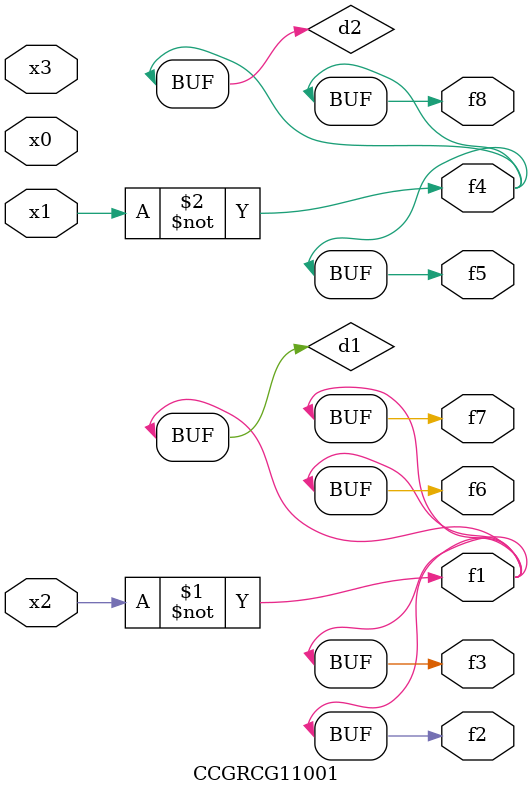
<source format=v>
module CCGRCG11001(
	input x0, x1, x2, x3,
	output f1, f2, f3, f4, f5, f6, f7, f8
);

	wire d1, d2;

	xnor (d1, x2);
	not (d2, x1);
	assign f1 = d1;
	assign f2 = d1;
	assign f3 = d1;
	assign f4 = d2;
	assign f5 = d2;
	assign f6 = d1;
	assign f7 = d1;
	assign f8 = d2;
endmodule

</source>
